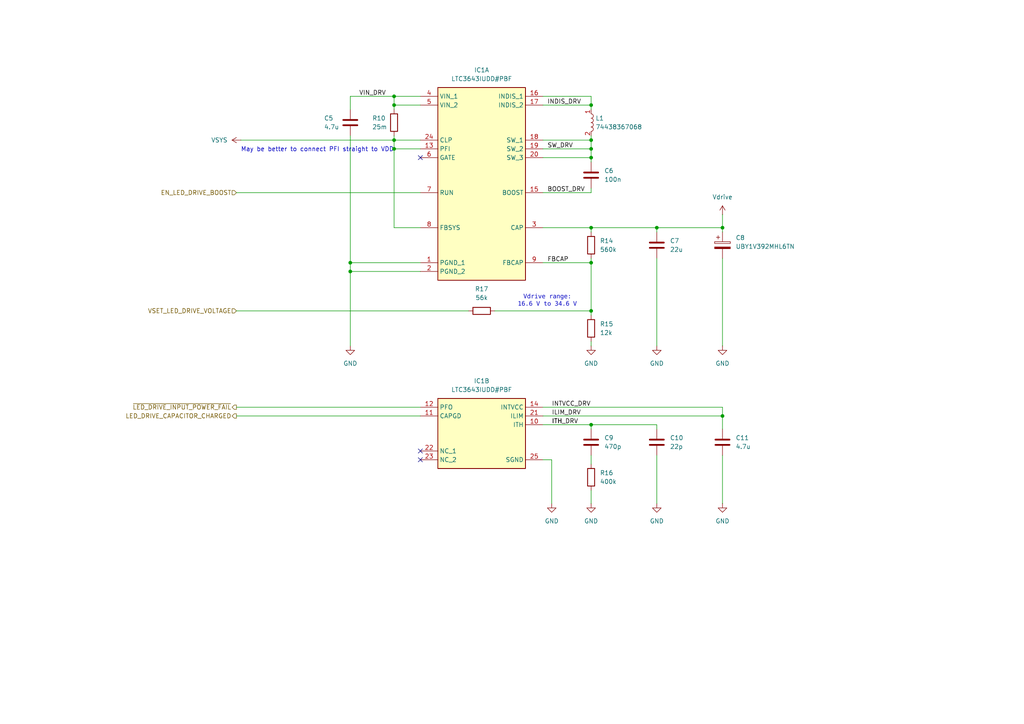
<source format=kicad_sch>
(kicad_sch (version 20250114) (generator "eeschema") (generator_version "9.0")
  (paper "A4")
  (lib_symbols
    (symbol "Device:C" (pin_numbers (hide yes)) (pin_names (offset 0.254))
      (property "Reference" "C" (at 0.635 2.54 0))
      (property "Value" "C" (at 0.635 -2.54 0))
      (symbol "C_0_1"
        (polyline (pts (xy -2.032 0.762) (xy 2.032 0.762)) (stroke (width 0.508)))
        (polyline (pts (xy -2.032 -0.762) (xy 2.032 -0.762)) (stroke (width 0.508)))
      )
      (symbol "C_1_1"
        (pin passive line (at 0 3.81 270) (length 2.794) (name "~") (number "1"))
        (pin passive line (at 0 -3.81 90) (length 2.794) (name "~") (number "2"))
      )
    )
    (symbol "Device:R" (pin_numbers (hide yes)) (pin_names (offset 0))
      (property "Reference" "R" (at 2.032 0 90))
      (property "Value" "R" (at 0 0 90))
      (symbol "R_0_1"
        (rectangle (start -1.016 -2.54) (end 1.016 2.54) (stroke (width 0.254)))
      )
      (symbol "R_1_1"
        (pin passive line (at 0 3.81 270) (length 1.27) (name "~") (number "1"))
        (pin passive line (at 0 -3.81 90) (length 1.27) (name "~") (number "2"))
      )
    )
    (symbol "TrashFlash:74438367068" (pin_names (hide yes))
      (property "Reference" "L" (at 1.778 6.604 0))
      (property "Value" "74438367068" (at 1.778 4.064 0))
      (symbol "74438367068_0_1"
        (arc (start 0 2.54) (mid 0.6323 1.905) (end 0 1.27))
        (arc (start 0 1.27) (mid 0.6323 0.635) (end 0 0))
        (arc (start 0 0) (mid 0.6323 -0.635) (end 0 -1.27))
        (arc (start 0 -1.27) (mid 0.6323 -1.905) (end 0 -2.54))
      )
      (symbol "74438367068_1_1"
        (pin passive line (at 0 3.81 270) (length 1.27) (name "1") (number "1"))
        (pin passive line (at 0 -3.81 90) (length 1.27) (name "2") (number "2"))
      )
    )
    (symbol "TrashFlash:LTC3643IUDD#PBF"
      (property "Reference" "IC" (at -12.7 4.572 0))
      (property "Value" "LTC3643IUDD#PBF" (at -12.7 2.54 0))
      (symbol "LTC3643IUDD#PBF_1_1"
        (rectangle (start -12.7 0) (end 12.7 -55.88) (stroke (width 0.254)) (fill (type background)))
        (pin input line (at -17.78 -2.54 0) (length 5.08) (name "VIN_1") (number "4"))
        (pin input line (at -17.78 -5.08 0) (length 5.08) (name "VIN_2") (number "5"))
        (pin passive line (at -17.78 -15.24 0) (length 5.08) (name "CLP") (number "24"))
        (pin passive line (at -17.78 -17.78 0) (length 5.08) (name "PFI") (number "13"))
        (pin passive line (at -17.78 -20.32 0) (length 5.08) (name "GATE") (number "6"))
        (pin passive line (at -17.78 -30.48 0) (length 5.08) (name "RUN") (number "7"))
        (pin passive line (at -17.78 -40.64 0) (length 5.08) (name "FBSYS") (number "8"))
        (pin passive line (at -17.78 -50.8 0) (length 5.08) (name "PGND_1") (number "1"))
        (pin passive line (at -17.78 -53.34 0) (length 5.08) (name "PGND_2") (number "2"))
        (pin passive line (at 17.78 -2.54 180) (length 5.08) (name "INDIS_1") (number "16"))
        (pin passive line (at 17.78 -5.08 180) (length 5.08) (name "INDIS_2") (number "17"))
        (pin passive line (at 17.78 -15.24 180) (length 5.08) (name "SW_1") (number "18"))
        (pin passive line (at 17.78 -17.78 180) (length 5.08) (name "SW_2") (number "19"))
        (pin passive line (at 17.78 -20.32 180) (length 5.08) (name "SW_3") (number "20"))
        (pin passive line (at 17.78 -30.48 180) (length 5.08) (name "BOOST") (number "15"))
        (pin passive line (at 17.78 -40.64 180) (length 5.08) (name "CAP") (number "3"))
        (pin passive line (at 17.78 -50.8 180) (length 5.08) (name "FBCAP") (number "9"))
      )
      (symbol "LTC3643IUDD#PBF_2_1"
        (rectangle (start -12.7 0) (end 12.7 -20.32) (stroke (width 0.254)) (fill (type background)))
        (pin passive line (at -17.78 -2.54 0) (length 5.08) (name "PFO") (number "12"))
        (pin passive line (at -17.78 -5.08 0) (length 5.08) (name "CAPGD") (number "11"))
        (pin passive line (at -17.78 -15.24 0) (length 5.08) (name "NC_1") (number "22"))
        (pin passive line (at -17.78 -17.78 0) (length 5.08) (name "NC_2") (number "23"))
        (pin passive line (at 17.78 -2.54 180) (length 5.08) (name "INTVCC") (number "14"))
        (pin passive line (at 17.78 -5.08 180) (length 5.08) (name "ILIM") (number "21"))
        (pin passive line (at 17.78 -7.62 180) (length 5.08) (name "ITH") (number "10"))
        (pin passive line (at 17.78 -17.78 180) (length 5.08) (name "SGND") (number "25"))
      )
    )
    (symbol "TrashFlash:UBY1V392MHL6TN" (pin_numbers (hide yes)) (pin_names (offset 0.254))
      (property "Reference" "C" (at 0.635 2.54 0))
      (property "Value" "UBY1V392MHL6TN" (at 0.635 -2.54 0))
      (symbol "UBY1V392MHL6TN_0_1"
        (rectangle (start -2.286 0.508) (end 2.286 1.016))
        (polyline (pts (xy -1.778 2.286) (xy -0.762 2.286)))
        (polyline (pts (xy -1.27 2.794) (xy -1.27 1.778)))
        (rectangle (start 2.286 -0.508) (end -2.286 -1.016) (fill (type outline)))
      )
      (symbol "UBY1V392MHL6TN_1_1"
        (pin passive line (at 0 3.81 270) (length 2.794) (name "~") (number "1"))
        (pin passive line (at 0 -3.81 90) (length 2.794) (name "~") (number "2"))
      )
    )
    (symbol "TrashFlash:VSYS" (power) (pin_numbers (hide yes)) (pin_names (offset 0) (hide yes))
      (property "Value" "VSYS" (at 0 3.556 0))
      (symbol "VSYS_0_1"
        (polyline (pts (xy -0.762 1.27) (xy 0 2.54)))
        (polyline (pts (xy 0 2.54) (xy 0.762 1.27)))
        (polyline (pts (xy 0 0) (xy 0 2.54)))
      )
      (symbol "VSYS_1_1"
        (pin power_in line (at 0 0 90) (length 0) (name "VSYS") (number "1"))
      )
    )
    (symbol "power:GND" (power) (pin_numbers (hide yes)) (pin_names (offset 0) (hide yes))
      (property "Value" "GND" (at 0 -3.81 0))
      (symbol "GND_0_1"
        (polyline (pts (xy 0 0) (xy 0 -1.27) (xy 1.27 -1.27) (xy 0 -2.54) (xy -1.27 -1.27) (xy 0 -1.27)))
      )
      (symbol "GND_1_1"
        (pin power_in line (at 0 0 270) (length 0) (name "~") (number "1"))
      )
    )
    (symbol "power:Vdrive" (power) (pin_numbers (hide yes)) (pin_names (offset 0) (hide yes))
      (property "Value" "Vdrive" (at 0 3.556 0))
      (symbol "Vdrive_0_1"
        (polyline (pts (xy -0.762 1.27) (xy 0 2.54)))
        (polyline (pts (xy 0 2.54) (xy 0.762 1.27)))
        (polyline (pts (xy 0 0) (xy 0 2.54)))
      )
      (symbol "Vdrive_1_1"
        (pin power_in line (at 0 0 90) (length 0) (name "~") (number "1"))
      )
    )
  )
  (text "Vdrive range:\n16.6 V to 34.6 V" (at 158.75 87.63 0) (effects (font (size 1.27 1.27))))
  (text "May be better to connect PFI straight to VDD" (at 69.85 43.434 0) (effects (font (size 1.27 1.27)) (justify left)))
  (junction (at 190.5 66.04))
  (junction (at 101.6 78.74))
  (junction (at 171.45 76.2))
  (junction (at 209.55 66.04))
  (junction (at 101.6 76.2))
  (junction (at 171.45 66.04))
  (junction (at 209.55 120.65))
  (junction (at 171.45 45.72))
  (junction (at 114.3 27.94))
  (junction (at 114.3 40.64))
  (junction (at 171.45 90.17))
  (junction (at 114.3 30.48))
  (junction (at 171.45 123.19))
  (junction (at 171.45 43.18))
  (junction (at 171.45 40.64))
  (junction (at 171.45 30.48))
  (junction (at 114.3 43.18))
  (no_connect (at 121.92 133.35))
  (no_connect (at 121.92 45.72))
  (no_connect (at 121.92 130.81))
  (wire (pts (xy 114.3 40.64) (xy 121.92 40.64)))
  (wire (pts (xy 209.55 66.04) (xy 209.55 67.31)))
  (wire (pts (xy 114.3 30.48) (xy 121.92 30.48)))
  (wire (pts (xy 157.48 76.2) (xy 171.45 76.2)))
  (wire (pts (xy 157.48 66.04) (xy 171.45 66.04)))
  (wire (pts (xy 68.58 55.88) (xy 121.92 55.88)))
  (wire (pts (xy 157.48 118.11) (xy 209.55 118.11)))
  (wire (pts (xy 171.45 54.61) (xy 171.45 55.88)))
  (wire (pts (xy 69.85 40.64) (xy 114.3 40.64)))
  (wire (pts (xy 157.48 30.48) (xy 171.45 30.48)))
  (wire (pts (xy 157.48 55.88) (xy 171.45 55.88)))
  (wire (pts (xy 114.3 40.64) (xy 114.3 43.18)))
  (wire (pts (xy 171.45 76.2) (xy 171.45 90.17)))
  (wire (pts (xy 190.5 66.04) (xy 209.55 66.04)))
  (wire (pts (xy 209.55 74.93) (xy 209.55 100.33)))
  (wire (pts (xy 171.45 45.72) (xy 171.45 46.99)))
  (wire (pts (xy 157.48 123.19) (xy 171.45 123.19)))
  (wire (pts (xy 209.55 132.08) (xy 209.55 146.05)))
  (wire (pts (xy 101.6 76.2) (xy 121.92 76.2)))
  (wire (pts (xy 171.45 90.17) (xy 171.45 91.44)))
  (wire (pts (xy 171.45 142.24) (xy 171.45 146.05)))
  (wire (pts (xy 171.45 45.72) (xy 171.45 43.18)))
  (wire (pts (xy 68.58 118.11) (xy 121.92 118.11)))
  (wire (pts (xy 114.3 43.18) (xy 114.3 66.04)))
  (wire (pts (xy 171.45 123.19) (xy 171.45 124.46)))
  (wire (pts (xy 171.45 66.04) (xy 171.45 67.31)))
  (wire (pts (xy 190.5 66.04) (xy 190.5 67.31)))
  (wire (pts (xy 160.02 133.35) (xy 160.02 146.05)))
  (wire (pts (xy 101.6 27.94) (xy 114.3 27.94)))
  (wire (pts (xy 171.45 123.19) (xy 190.5 123.19)))
  (wire (pts (xy 190.5 123.19) (xy 190.5 124.46)))
  (wire (pts (xy 171.45 27.94) (xy 171.45 30.48)))
  (wire (pts (xy 68.58 90.17) (xy 135.89 90.17)))
  (wire (pts (xy 171.45 99.06) (xy 171.45 100.33)))
  (wire (pts (xy 68.58 120.65) (xy 121.92 120.65)))
  (wire (pts (xy 114.3 66.04) (xy 121.92 66.04)))
  (wire (pts (xy 171.45 66.04) (xy 190.5 66.04)))
  (wire (pts (xy 157.48 120.65) (xy 209.55 120.65)))
  (wire (pts (xy 114.3 30.48) (xy 114.3 27.94)))
  (wire (pts (xy 157.48 133.35) (xy 160.02 133.35)))
  (wire (pts (xy 171.45 43.18) (xy 171.45 40.64)))
  (wire (pts (xy 157.48 27.94) (xy 171.45 27.94)))
  (wire (pts (xy 101.6 76.2) (xy 101.6 78.74)))
  (wire (pts (xy 190.5 132.08) (xy 190.5 146.05)))
  (wire (pts (xy 190.5 74.93) (xy 190.5 100.33)))
  (wire (pts (xy 209.55 120.65) (xy 209.55 124.46)))
  (wire (pts (xy 209.55 118.11) (xy 209.55 120.65)))
  (wire (pts (xy 171.45 76.2) (xy 171.45 74.93)))
  (wire (pts (xy 114.3 39.37) (xy 114.3 40.64)))
  (wire (pts (xy 143.51 90.17) (xy 171.45 90.17)))
  (wire (pts (xy 171.45 30.48) (xy 171.45 31.75)))
  (wire (pts (xy 114.3 27.94) (xy 121.92 27.94)))
  (wire (pts (xy 101.6 78.74) (xy 101.6 100.33)))
  (wire (pts (xy 171.45 40.64) (xy 171.45 39.37)))
  (wire (pts (xy 114.3 31.75) (xy 114.3 30.48)))
  (wire (pts (xy 157.48 45.72) (xy 171.45 45.72)))
  (wire (pts (xy 171.45 132.08) (xy 171.45 134.62)))
  (wire (pts (xy 157.48 43.18) (xy 171.45 43.18)))
  (wire (pts (xy 114.3 43.18) (xy 121.92 43.18)))
  (wire (pts (xy 101.6 39.37) (xy 101.6 76.2)))
  (wire (pts (xy 101.6 31.75) (xy 101.6 27.94)))
  (wire (pts (xy 157.48 40.64) (xy 171.45 40.64)))
  (wire (pts (xy 101.6 78.74) (xy 121.92 78.74)))
  (wire (pts (xy 209.55 62.23) (xy 209.55 66.04)))
  (label "ILIM_DRV" (at 160.02 120.65 0))
  (label "INTVCC_DRV" (at 160.02 118.11 0))
  (label "ITH_DRV" (at 160.02 123.19 0))
  (label "FBCAP" (at 158.75 76.2 0))
  (label "INDIS_DRV" (at 158.75 30.48 0))
  (label "VIN_DRV" (at 104.14 27.94 0))
  (label "SW_DRV" (at 158.75 43.18 0))
  (label "ITH" (at 160.02 123.19 0))
  (label "BOOST_DRV" (at 158.75 55.88 0))
  (hierarchical_label "EN_LED_DRIVE_BOOST" (shape input) (at 68.58 55.88 180))
  (hierarchical_label "LED_DRIVE_CAPACITOR_CHARGED" (shape output) (at 68.58 120.65 180))
  (hierarchical_label "VSET_LED_DRIVE_VOLTAGE" (shape input) (at 68.58 90.17 180))
  (hierarchical_label "~{LED_DRIVE_INPUT_POWER_FAIL}" (shape output) (at 68.58 118.11 180))
  (symbol (lib_id "TrashFlash:VSYS") (at 69.85 40.64 90) (unit 1)
    (property "Reference" "#PWR051" (effects (hide yes)))
    (property "Value" "VSYS" (at 66.04 40.6399 90) (effects (justify left)))
    (property "Description" "Power symbol creates a global label with name \"VSYS\"" (effects (hide yes)))
  )
  (symbol (lib_id "power:GND") (at 209.55 146.05 0) (unit 1)
    (property "Reference" "#PWR014" (effects (hide yes)))
    (property "Value" "GND" (at 209.55 151.13 0))
    (property "Description" "Power symbol creates a global label with name \"GND\" , ground" (effects (hide yes)))
  )
  (symbol (lib_id "power:GND") (at 171.45 146.05 0) (unit 1)
    (property "Reference" "#PWR012" (effects (hide yes)))
    (property "Value" "GND" (at 171.45 151.13 0))
    (property "Description" "Power symbol creates a global label with name \"GND\" , ground" (effects (hide yes)))
  )
  (symbol (lib_id "Device:R") (at 171.45 95.25 180) (unit 1)
    (property "Reference" "R15" (at 173.99 93.9799 0) (effects (justify right)))
    (property "Value" "12k" (at 173.99 96.5199 0) (effects (justify right)))
    (property "Footprint" "Resistor_SMD:R_0402_1005Metric" (effects (hide yes)))
    (property "Description" "Resistor" (effects (hide yes)))
  )
  (symbol (lib_id "power:GND") (at 171.45 100.33 0) (unit 1)
    (property "Reference" "#PWR011" (effects (hide yes)))
    (property "Value" "GND" (at 171.45 105.41 0))
    (property "Description" "Power symbol creates a global label with name \"GND\" , ground" (effects (hide yes)))
  )
  (symbol (lib_id "power:GND") (at 101.6 100.33 0) (unit 1)
    (property "Reference" "#PWR06" (effects (hide yes)))
    (property "Value" "GND" (at 101.6 105.41 0))
    (property "Description" "Power symbol creates a global label with name \"GND\" , ground" (effects (hide yes)))
  )
  (symbol (lib_id "Device:R") (at 171.45 71.12 180) (unit 1)
    (property "Reference" "R14" (at 173.99 69.8499 0) (effects (justify right)))
    (property "Value" "560k" (at 173.99 72.3899 0) (effects (justify right)))
    (property "Footprint" "Resistor_SMD:R_0402_1005Metric" (effects (hide yes)))
    (property "Description" "Resistor" (effects (hide yes)))
  )
  (symbol (lib_id "Device:C") (at 171.45 128.27 0) (unit 1)
    (property "Reference" "C9" (at 175.26 126.9999 0) (effects (justify left)))
    (property "Value" "470p" (at 175.26 129.5399 0) (effects (justify left)))
    (property "Footprint" "Capacitor_SMD:C_0402_1005Metric" (effects (hide yes)))
    (property "Description" "Unpolarized capacitor" (effects (hide yes)))
  )
  (symbol (lib_id "Device:C") (at 101.6 35.56 0) (unit 1)
    (property "Reference" "C5" (at 93.98 34.29 0) (effects (justify left)))
    (property "Value" "4.7u" (at 93.98 36.83 0) (effects (justify left)))
    (property "Footprint" "Capacitor_SMD:C_0603_1608Metric" (effects (hide yes)))
    (property "Description" "Unpolarized capacitor" (effects (hide yes)))
  )
  (symbol (lib_id "power:GND") (at 160.02 146.05 0) (unit 1)
    (property "Reference" "#PWR015" (effects (hide yes)))
    (property "Value" "GND" (at 160.02 151.13 0))
    (property "Description" "Power symbol creates a global label with name \"GND\" , ground" (effects (hide yes)))
  )
  (symbol (lib_id "Device:C") (at 209.55 128.27 0) (unit 1)
    (property "Reference" "C11" (at 213.36 126.9999 0) (effects (justify left)))
    (property "Value" "4.7u" (at 213.36 129.5399 0) (effects (justify left)))
    (property "Footprint" "Capacitor_SMD:C_0603_1608Metric" (effects (hide yes)))
    (property "Description" "Unpolarized capacitor" (effects (hide yes)))
  )
  (symbol (lib_id "power:GND") (at 190.5 100.33 0) (unit 1)
    (property "Reference" "#PWR09" (effects (hide yes)))
    (property "Value" "GND" (at 190.5 105.41 0))
    (property "Description" "Power symbol creates a global label with name \"GND\" , ground" (effects (hide yes)))
  )
  (symbol (lib_id "power:GND") (at 190.5 146.05 0) (unit 1)
    (property "Reference" "#PWR013" (effects (hide yes)))
    (property "Value" "GND" (at 190.5 151.13 0))
    (property "Description" "Power symbol creates a global label with name \"GND\" , ground" (effects (hide yes)))
  )
  (symbol (lib_id "Device:C") (at 190.5 71.12 0) (unit 1)
    (property "Reference" "C7" (at 194.31 69.8499 0) (effects (justify left)))
    (property "Value" "22u" (at 194.31 72.3899 0) (effects (justify left)))
    (property "Footprint" "Capacitor_SMD:C_0603_1608Metric" (effects (hide yes)))
    (property "Description" "Unpolarized capacitor" (effects (hide yes)))
  )
  (symbol (lib_id "power:GND") (at 209.55 100.33 0) (unit 1)
    (property "Reference" "#PWR010" (effects (hide yes)))
    (property "Value" "GND" (at 209.55 105.41 0))
    (property "Description" "Power symbol creates a global label with name \"GND\" , ground" (effects (hide yes)))
  )
  (symbol (lib_id "Device:R") (at 114.3 35.56 180) (unit 1)
    (property "Reference" "R10" (at 107.95 34.29 0) (effects (justify right)))
    (property "Value" "25m" (at 107.95 36.83 0) (effects (justify right)))
    (property "Footprint" "Resistor_SMD:R_0603_1608Metric" (effects (hide yes)))
    (property "Description" "Resistor" (effects (hide yes)))
  )
  (symbol (lib_id "Device:R") (at 139.7 90.17 270) (unit 1)
    (property "Reference" "R17" (at 139.7 83.82 90))
    (property "Value" "56k" (at 139.7 86.36 90))
    (property "Footprint" "Resistor_SMD:R_0402_1005Metric" (effects (hide yes)))
    (property "Description" "Resistor" (effects (hide yes)))
  )
  (symbol (lib_id "TrashFlash:UBY1V392MHL6TN") (at 209.55 71.12 0) (unit 1)
    (property "Reference" "C8" (at 213.36 68.9609 0) (effects (justify left)))
    (property "Value" "UBY1V392MHL6TN" (at 213.36 71.5009 0) (effects (justify left)))
    (property "Footprint" "TrashFlash:CP_Radial_D16.0mm_P7.50mm" (effects (hide yes)))
    (property "Description" "Polarized capacitor" (effects (hide yes)))
  )
  (symbol (lib_id "TrashFlash:LTC3643IUDD#PBF") (at 139.7 115.57 0) (unit 2)
    (property "Reference" "IC1" (at 139.7 110.49 0))
    (property "Value" "LTC3643IUDD#PBF" (at 139.7 113.03 0))
    (property "Footprint" "QFN50P300X500X80-25N-D" (effects (hide yes)))
    (property "Datasheet" "https://www.analog.com/media/en/technical-documentation/data-sheets/3643fc.pdf" (effects (hide yes)))
    (property "Description" "LINEAR TECHNOLOGY - LTC3643IUDD#PBF - Special Function IC, Supercapacitor Charger, 3 V to 17 V in, QFN-24" (effects (hide yes)))
    (property "Height" "0.8" (effects (hide yes)))
    (property "Mouser Part Number" "584-LTC3643IUDD#PBF" (effects (hide yes)))
    (property "Mouser Price/Stock" "https://www.mouser.co.uk/ProductDetail/Analog-Devices/LTC3643IUDDPBF?qs=oahfZPh6IALpka9%2FyWbKig%3D%3D" (effects (hide yes)))
    (property "Manufacturer_Name" "Analog Devices" (effects (hide yes)))
    (property "Manufacturer_Part_Number" "LTC3643IUDD#PBF" (effects (hide yes)))
  )
  (symbol (lib_id "power:Vdrive") (at 209.55 62.23 0) (unit 1)
    (property "Reference" "#PWR050" (effects (hide yes)))
    (property "Value" "Vdrive" (at 209.55 57.15 0))
    (property "Description" "Power symbol creates a global label with name \"Vdrive\"" (effects (hide yes)))
  )
  (symbol (lib_id "TrashFlash:74438367068") (at 171.45 35.56 0) (unit 1)
    (property "Reference" "L1" (at 172.72 34.2899 0) (effects (justify left)))
    (property "Value" "74438367068" (at 172.72 36.8299 0) (effects (justify left)))
    (property "Footprint" "INDPM5454X310N" (effects (hide yes)))
    (property "Datasheet" "https://www.we-online.de/katalog/datasheet/74438367068.pdf" (effects (hide yes)))
    (property "Description" "WE-MAPI SMT Power Inductor" (effects (hide yes)))
    (property "Height" "3.1" (effects (hide yes)))
    (property "Mouser Part Number" "710-74438367068" (effects (hide yes)))
    (property "Mouser Price/Stock" "https://www.mouser.co.uk/ProductDetail/Wurth-Elektronik/74438367068?qs=rQFj71Wb1eXbxws8UxqkCQ%3D%3D" (effects (hide yes)))
    (property "Manufacturer_Name" "Wurth Elektronik" (effects (hide yes)))
    (property "Manufacturer_Part_Number" "74438367068" (effects (hide yes)))
  )
  (symbol (lib_id "TrashFlash:LTC3643IUDD#PBF") (at 139.7 25.4 0) (unit 1)
    (property "Reference" "IC1" (at 139.7 20.32 0))
    (property "Value" "LTC3643IUDD#PBF" (at 139.7 22.86 0))
    (property "Footprint" "QFN50P300X500X80-25N-D" (effects (hide yes)))
    (property "Datasheet" "https://www.analog.com/media/en/technical-documentation/data-sheets/3643fc.pdf" (effects (hide yes)))
    (property "Description" "LINEAR TECHNOLOGY - LTC3643IUDD#PBF - Special Function IC, Supercapacitor Charger, 3 V to 17 V in, QFN-24" (effects (hide yes)))
    (property "Height" "0.8" (effects (hide yes)))
    (property "Mouser Part Number" "584-LTC3643IUDD#PBF" (effects (hide yes)))
    (property "Mouser Price/Stock" "https://www.mouser.co.uk/ProductDetail/Analog-Devices/LTC3643IUDDPBF?qs=oahfZPh6IALpka9%2FyWbKig%3D%3D" (effects (hide yes)))
    (property "Manufacturer_Name" "Analog Devices" (effects (hide yes)))
    (property "Manufacturer_Part_Number" "LTC3643IUDD#PBF" (effects (hide yes)))
  )
  (symbol (lib_id "Device:C") (at 190.5 128.27 0) (unit 1)
    (property "Reference" "C10" (at 194.31 126.9999 0) (effects (justify left)))
    (property "Value" "22p" (at 194.31 129.5399 0) (effects (justify left)))
    (property "Footprint" "Capacitor_SMD:C_0402_1005Metric" (effects (hide yes)))
    (property "Description" "Unpolarized capacitor" (effects (hide yes)))
  )
  (symbol (lib_id "Device:C") (at 171.45 50.8 0) (unit 1)
    (property "Reference" "C6" (at 175.26 49.5299 0) (effects (justify left)))
    (property "Value" "100n" (at 175.26 52.0699 0) (effects (justify left)))
    (property "Footprint" "Capacitor_SMD:C_0402_1005Metric" (effects (hide yes)))
    (property "Description" "Unpolarized capacitor" (effects (hide yes)))
  )
  (symbol (lib_id "Device:R") (at 171.45 138.43 180) (unit 1)
    (property "Reference" "R16" (at 173.99 137.1599 0) (effects (justify right)))
    (property "Value" "400k" (at 173.99 139.6999 0) (effects (justify right)))
    (property "Footprint" "Resistor_SMD:R_0402_1005Metric" (effects (hide yes)))
    (property "Description" "Resistor" (effects (hide yes)))
  )
)
</source>
